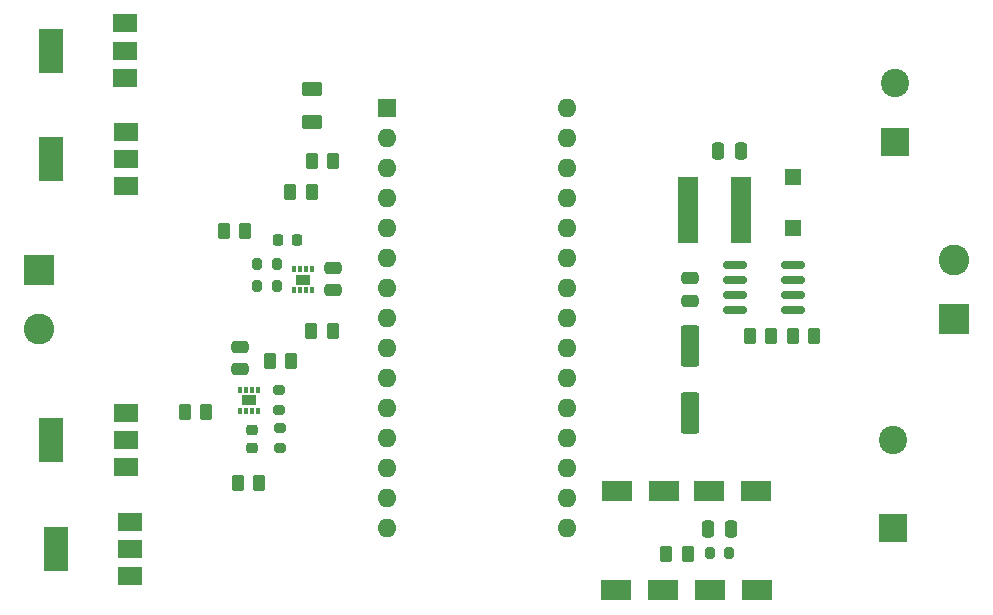
<source format=gts>
G04 #@! TF.GenerationSoftware,KiCad,Pcbnew,(6.0.1-0)*
G04 #@! TF.CreationDate,2022-07-03T22:05:18+06:00*
G04 #@! TF.ProjectId,Inverter 50W,496e7665-7274-4657-9220-3530572e6b69,rev?*
G04 #@! TF.SameCoordinates,Original*
G04 #@! TF.FileFunction,Soldermask,Top*
G04 #@! TF.FilePolarity,Negative*
%FSLAX46Y46*%
G04 Gerber Fmt 4.6, Leading zero omitted, Abs format (unit mm)*
G04 Created by KiCad (PCBNEW (6.0.1-0)) date 2022-07-03 22:05:18*
%MOMM*%
%LPD*%
G01*
G04 APERTURE LIST*
G04 Aperture macros list*
%AMRoundRect*
0 Rectangle with rounded corners*
0 $1 Rounding radius*
0 $2 $3 $4 $5 $6 $7 $8 $9 X,Y pos of 4 corners*
0 Add a 4 corners polygon primitive as box body*
4,1,4,$2,$3,$4,$5,$6,$7,$8,$9,$2,$3,0*
0 Add four circle primitives for the rounded corners*
1,1,$1+$1,$2,$3*
1,1,$1+$1,$4,$5*
1,1,$1+$1,$6,$7*
1,1,$1+$1,$8,$9*
0 Add four rect primitives between the rounded corners*
20,1,$1+$1,$2,$3,$4,$5,0*
20,1,$1+$1,$4,$5,$6,$7,0*
20,1,$1+$1,$6,$7,$8,$9,0*
20,1,$1+$1,$8,$9,$2,$3,0*%
G04 Aperture macros list end*
%ADD10RoundRect,0.250000X-0.250000X-0.475000X0.250000X-0.475000X0.250000X0.475000X-0.250000X0.475000X0*%
%ADD11R,2.000000X1.500000*%
%ADD12R,2.000000X3.800000*%
%ADD13RoundRect,0.150000X-0.825000X-0.150000X0.825000X-0.150000X0.825000X0.150000X-0.825000X0.150000X0*%
%ADD14RoundRect,0.250000X0.475000X-0.250000X0.475000X0.250000X-0.475000X0.250000X-0.475000X-0.250000X0*%
%ADD15RoundRect,0.225000X-0.225000X-0.250000X0.225000X-0.250000X0.225000X0.250000X-0.225000X0.250000X0*%
%ADD16RoundRect,0.200000X0.275000X-0.200000X0.275000X0.200000X-0.275000X0.200000X-0.275000X-0.200000X0*%
%ADD17RoundRect,0.250000X0.262500X0.450000X-0.262500X0.450000X-0.262500X-0.450000X0.262500X-0.450000X0*%
%ADD18RoundRect,0.250000X-0.262500X-0.450000X0.262500X-0.450000X0.262500X0.450000X-0.262500X0.450000X0*%
%ADD19RoundRect,0.225000X0.250000X-0.225000X0.250000X0.225000X-0.250000X0.225000X-0.250000X-0.225000X0*%
%ADD20R,2.600000X2.600000*%
%ADD21C,2.600000*%
%ADD22RoundRect,0.200000X-0.200000X-0.275000X0.200000X-0.275000X0.200000X0.275000X-0.200000X0.275000X0*%
%ADD23R,1.480000X1.440000*%
%ADD24RoundRect,0.200000X0.200000X0.275000X-0.200000X0.275000X-0.200000X-0.275000X0.200000X-0.275000X0*%
%ADD25R,0.300000X0.500000*%
%ADD26R,1.300000X0.900000*%
%ADD27R,2.500000X1.800000*%
%ADD28R,2.400000X2.400000*%
%ADD29C,2.400000*%
%ADD30R,1.700000X5.700000*%
%ADD31RoundRect,0.250000X-0.550000X1.500000X-0.550000X-1.500000X0.550000X-1.500000X0.550000X1.500000X0*%
%ADD32RoundRect,0.200000X-0.275000X0.200000X-0.275000X-0.200000X0.275000X-0.200000X0.275000X0.200000X0*%
%ADD33R,1.600000X1.600000*%
%ADD34O,1.600000X1.600000*%
%ADD35RoundRect,0.250000X-0.625000X0.375000X-0.625000X-0.375000X0.625000X-0.375000X0.625000X0.375000X0*%
%ADD36RoundRect,0.250000X-0.475000X0.250000X-0.475000X-0.250000X0.475000X-0.250000X0.475000X0.250000X0*%
G04 APERTURE END LIST*
D10*
X109150000Y-110300000D03*
X111050000Y-110300000D03*
D11*
X60200000Y-114250000D03*
D12*
X53900000Y-111950000D03*
D11*
X60200000Y-111950000D03*
X60200000Y-109650000D03*
D13*
X111401041Y-87945000D03*
X111401041Y-89215000D03*
X111401041Y-90485000D03*
X111401041Y-91755000D03*
X116351041Y-91755000D03*
X116351041Y-90485000D03*
X116351041Y-89215000D03*
X116351041Y-87945000D03*
D14*
X69500000Y-96750000D03*
X69500000Y-94850000D03*
D15*
X72775000Y-85750000D03*
X74325000Y-85750000D03*
D16*
X72900000Y-103375000D03*
X72900000Y-101725000D03*
D17*
X75612500Y-81750000D03*
X73787500Y-81750000D03*
D18*
X75587500Y-79100000D03*
X77412500Y-79100000D03*
D19*
X70550000Y-103425000D03*
X70550000Y-101875000D03*
D20*
X130000000Y-92500000D03*
D21*
X130000000Y-87500000D03*
D17*
X69962500Y-85000000D03*
X68137500Y-85000000D03*
D22*
X109275000Y-112300000D03*
X110925000Y-112300000D03*
D20*
X52500000Y-88300000D03*
D21*
X52500000Y-93300000D03*
D11*
X59850000Y-105050000D03*
D12*
X53550000Y-102750000D03*
D11*
X59850000Y-102750000D03*
X59850000Y-100450000D03*
D23*
X116376041Y-84752500D03*
X116376041Y-80422500D03*
D24*
X72625000Y-89650000D03*
X70975000Y-89650000D03*
D25*
X74100000Y-90050000D03*
X74600000Y-90050000D03*
X75100000Y-90050000D03*
X75600000Y-90050000D03*
X75600000Y-88250000D03*
X75100000Y-88250000D03*
X74600000Y-88250000D03*
X74100000Y-88250000D03*
D26*
X74850000Y-89150000D03*
D27*
X113300000Y-115400000D03*
X109300000Y-115400000D03*
D24*
X72625000Y-87850000D03*
X70975000Y-87850000D03*
D27*
X105400000Y-107000000D03*
X101400000Y-107000000D03*
D11*
X59850000Y-81250000D03*
D12*
X53550000Y-78950000D03*
D11*
X59850000Y-78950000D03*
X59850000Y-76650000D03*
X59800000Y-72050000D03*
X59800000Y-69750000D03*
D12*
X53500000Y-69750000D03*
D11*
X59800000Y-67450000D03*
D28*
X125000000Y-77500000D03*
D29*
X125000000Y-72500000D03*
D18*
X72037500Y-96050000D03*
X73862500Y-96050000D03*
X105612500Y-112350000D03*
X107437500Y-112350000D03*
D30*
X111926041Y-83250000D03*
X107426041Y-83250000D03*
D28*
X124800000Y-110200000D03*
D29*
X124800000Y-102700000D03*
D18*
X75537500Y-93500000D03*
X77362500Y-93500000D03*
D31*
X107626041Y-94800000D03*
X107626041Y-100400000D03*
D10*
X110020000Y-78250000D03*
X111920000Y-78250000D03*
D32*
X72850000Y-98525000D03*
X72850000Y-100175000D03*
D33*
X81990000Y-74650000D03*
D34*
X81990000Y-77190000D03*
X81990000Y-79730000D03*
X81990000Y-82270000D03*
X81990000Y-84810000D03*
X81990000Y-87350000D03*
X81990000Y-89890000D03*
X81990000Y-92430000D03*
X81990000Y-94970000D03*
X81990000Y-97510000D03*
X81990000Y-100050000D03*
X81990000Y-102590000D03*
X81990000Y-105130000D03*
X81990000Y-107670000D03*
X81990000Y-110210000D03*
X97230000Y-110210000D03*
X97230000Y-107670000D03*
X97230000Y-105130000D03*
X97230000Y-102590000D03*
X97230000Y-100050000D03*
X97230000Y-97510000D03*
X97230000Y-94970000D03*
X97230000Y-92430000D03*
X97230000Y-89890000D03*
X97230000Y-87350000D03*
X97230000Y-84810000D03*
X97230000Y-82270000D03*
X97230000Y-79730000D03*
X97230000Y-77190000D03*
X97230000Y-74650000D03*
D35*
X75600000Y-73000000D03*
X75600000Y-75800000D03*
D27*
X101357500Y-115400000D03*
X105357500Y-115400000D03*
D17*
X118138541Y-93900000D03*
X116313541Y-93900000D03*
D18*
X64837500Y-100350000D03*
X66662500Y-100350000D03*
X69337500Y-106350000D03*
X71162500Y-106350000D03*
D17*
X114488541Y-93900000D03*
X112663541Y-93900000D03*
D25*
X71050000Y-98450000D03*
X70550000Y-98450000D03*
X70050000Y-98450000D03*
X69550000Y-98450000D03*
X69550000Y-100250000D03*
X70050000Y-100250000D03*
X70550000Y-100250000D03*
X71050000Y-100250000D03*
D26*
X70300000Y-99350000D03*
D14*
X77400000Y-90050000D03*
X77400000Y-88150000D03*
D36*
X107626041Y-89050000D03*
X107626041Y-90950000D03*
D27*
X109200000Y-107000000D03*
X113200000Y-107000000D03*
M02*

</source>
